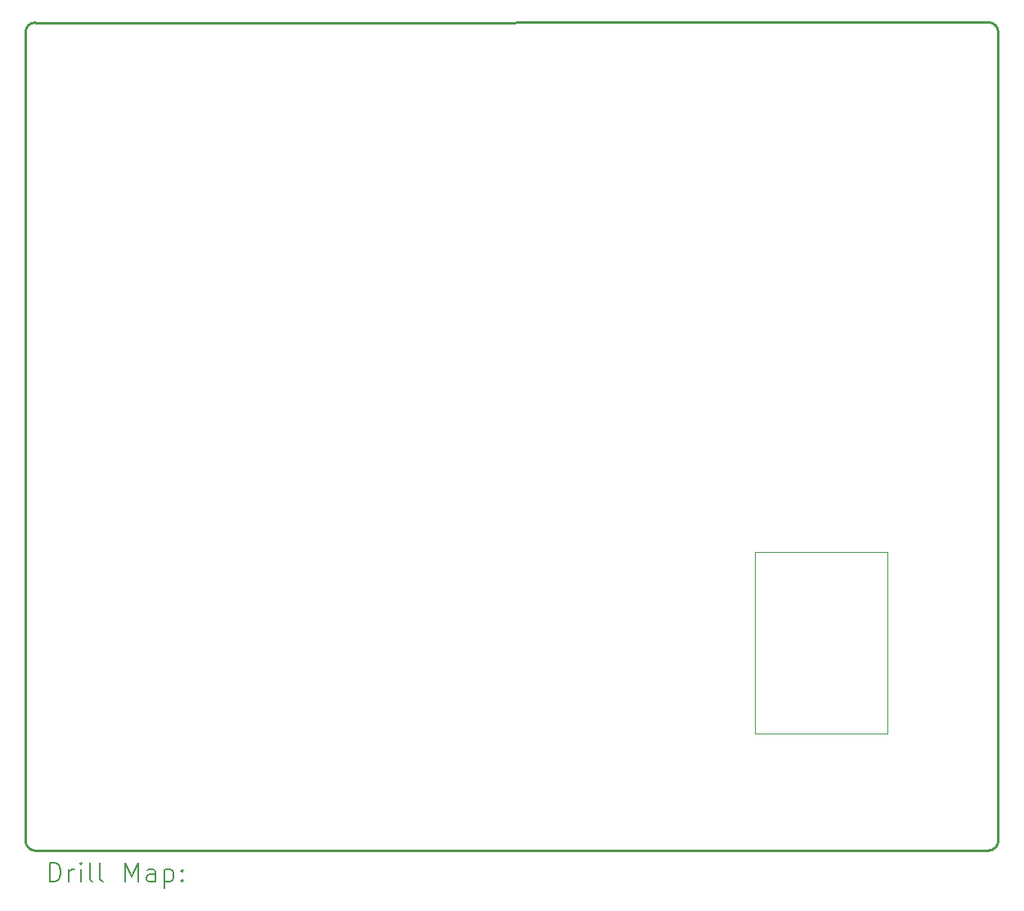
<source format=gbr>
%TF.GenerationSoftware,KiCad,Pcbnew,7.0.6*%
%TF.CreationDate,2024-05-03T22:58:34-04:00*%
%TF.ProjectId,mainbox_baclup,6d61696e-626f-4785-9f62-61636c75702e,rev?*%
%TF.SameCoordinates,Original*%
%TF.FileFunction,Drillmap*%
%TF.FilePolarity,Positive*%
%FSLAX45Y45*%
G04 Gerber Fmt 4.5, Leading zero omitted, Abs format (unit mm)*
G04 Created by KiCad (PCBNEW 7.0.6) date 2024-05-03 22:58:34*
%MOMM*%
%LPD*%
G01*
G04 APERTURE LIST*
%ADD10C,0.250000*%
%ADD11C,0.100000*%
%ADD12C,0.200000*%
G04 APERTURE END LIST*
D10*
X22384089Y-13323910D02*
G75*
G03*
X22484080Y-13223909I-9J100000D01*
G01*
X12515504Y-4751390D02*
G75*
G03*
X12415520Y-4851384I6J-99990D01*
G01*
X22484080Y-13223909D02*
X22484080Y-4849816D01*
D11*
X19964400Y-10236200D02*
X21336000Y-10236200D01*
X21336000Y-12115800D01*
X19964400Y-12115800D01*
X19964400Y-10236200D01*
D10*
X12415520Y-4851384D02*
X12415520Y-13224831D01*
X22384064Y-4749816D02*
X12515504Y-4751384D01*
X22484084Y-4849816D02*
G75*
G03*
X22384064Y-4749816I-100004J-4D01*
G01*
X12515529Y-13324831D02*
X22384089Y-13323909D01*
X12415519Y-13224831D02*
G75*
G03*
X12515529Y-13324831I100001J1D01*
G01*
D12*
X12663797Y-13648814D02*
X12663797Y-13448814D01*
X12663797Y-13448814D02*
X12711416Y-13448814D01*
X12711416Y-13448814D02*
X12739987Y-13458338D01*
X12739987Y-13458338D02*
X12759035Y-13477386D01*
X12759035Y-13477386D02*
X12768559Y-13496433D01*
X12768559Y-13496433D02*
X12778082Y-13534529D01*
X12778082Y-13534529D02*
X12778082Y-13563100D01*
X12778082Y-13563100D02*
X12768559Y-13601195D01*
X12768559Y-13601195D02*
X12759035Y-13620243D01*
X12759035Y-13620243D02*
X12739987Y-13639291D01*
X12739987Y-13639291D02*
X12711416Y-13648814D01*
X12711416Y-13648814D02*
X12663797Y-13648814D01*
X12863797Y-13648814D02*
X12863797Y-13515481D01*
X12863797Y-13553576D02*
X12873321Y-13534529D01*
X12873321Y-13534529D02*
X12882844Y-13525005D01*
X12882844Y-13525005D02*
X12901892Y-13515481D01*
X12901892Y-13515481D02*
X12920940Y-13515481D01*
X12987606Y-13648814D02*
X12987606Y-13515481D01*
X12987606Y-13448814D02*
X12978082Y-13458338D01*
X12978082Y-13458338D02*
X12987606Y-13467862D01*
X12987606Y-13467862D02*
X12997130Y-13458338D01*
X12997130Y-13458338D02*
X12987606Y-13448814D01*
X12987606Y-13448814D02*
X12987606Y-13467862D01*
X13111416Y-13648814D02*
X13092368Y-13639291D01*
X13092368Y-13639291D02*
X13082844Y-13620243D01*
X13082844Y-13620243D02*
X13082844Y-13448814D01*
X13216178Y-13648814D02*
X13197130Y-13639291D01*
X13197130Y-13639291D02*
X13187606Y-13620243D01*
X13187606Y-13620243D02*
X13187606Y-13448814D01*
X13444749Y-13648814D02*
X13444749Y-13448814D01*
X13444749Y-13448814D02*
X13511416Y-13591672D01*
X13511416Y-13591672D02*
X13578082Y-13448814D01*
X13578082Y-13448814D02*
X13578082Y-13648814D01*
X13759035Y-13648814D02*
X13759035Y-13544053D01*
X13759035Y-13544053D02*
X13749511Y-13525005D01*
X13749511Y-13525005D02*
X13730463Y-13515481D01*
X13730463Y-13515481D02*
X13692368Y-13515481D01*
X13692368Y-13515481D02*
X13673321Y-13525005D01*
X13759035Y-13639291D02*
X13739987Y-13648814D01*
X13739987Y-13648814D02*
X13692368Y-13648814D01*
X13692368Y-13648814D02*
X13673321Y-13639291D01*
X13673321Y-13639291D02*
X13663797Y-13620243D01*
X13663797Y-13620243D02*
X13663797Y-13601195D01*
X13663797Y-13601195D02*
X13673321Y-13582148D01*
X13673321Y-13582148D02*
X13692368Y-13572624D01*
X13692368Y-13572624D02*
X13739987Y-13572624D01*
X13739987Y-13572624D02*
X13759035Y-13563100D01*
X13854273Y-13515481D02*
X13854273Y-13715481D01*
X13854273Y-13525005D02*
X13873321Y-13515481D01*
X13873321Y-13515481D02*
X13911416Y-13515481D01*
X13911416Y-13515481D02*
X13930463Y-13525005D01*
X13930463Y-13525005D02*
X13939987Y-13534529D01*
X13939987Y-13534529D02*
X13949511Y-13553576D01*
X13949511Y-13553576D02*
X13949511Y-13610719D01*
X13949511Y-13610719D02*
X13939987Y-13629767D01*
X13939987Y-13629767D02*
X13930463Y-13639291D01*
X13930463Y-13639291D02*
X13911416Y-13648814D01*
X13911416Y-13648814D02*
X13873321Y-13648814D01*
X13873321Y-13648814D02*
X13854273Y-13639291D01*
X14035225Y-13629767D02*
X14044749Y-13639291D01*
X14044749Y-13639291D02*
X14035225Y-13648814D01*
X14035225Y-13648814D02*
X14025702Y-13639291D01*
X14025702Y-13639291D02*
X14035225Y-13629767D01*
X14035225Y-13629767D02*
X14035225Y-13648814D01*
X14035225Y-13525005D02*
X14044749Y-13534529D01*
X14044749Y-13534529D02*
X14035225Y-13544053D01*
X14035225Y-13544053D02*
X14025702Y-13534529D01*
X14025702Y-13534529D02*
X14035225Y-13525005D01*
X14035225Y-13525005D02*
X14035225Y-13544053D01*
M02*

</source>
